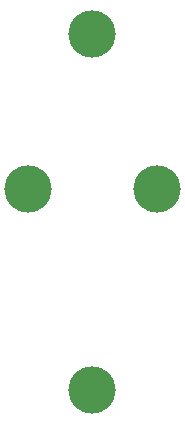
<source format=gbl>
%FSLAX25Y25*%
%MOIN*%
G70*
G01*
G75*
G04 Layer_Physical_Order=2*
G04 Layer_Color=16711680*
%ADD10R,0.09449X0.06496*%
%ADD11R,0.09449X0.14370*%
%ADD12R,0.05118X0.21654*%
%ADD13R,0.15748X0.15354*%
%ADD14C,0.15748*%
D14*
X0Y59449D02*
D03*
Y-59449D02*
D03*
X-21457Y7480D02*
D03*
X21457D02*
D03*
M02*

</source>
